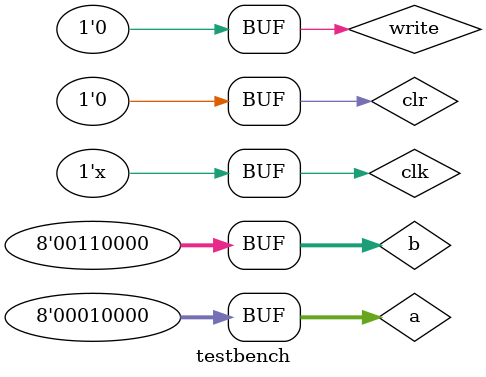
<source format=v>
/* Assignment : 2
   Problem No : 3 (testbench)
   Semester : Autumn 2020
   Group No : G10
   Members : Ayudh Saxena & Anmol Harsh */

`timescale 1ns / 1ps
//////////////////////////////////////////////////////////////////////////////////
// Company: 
// Engineer: 
// 
// Create Date: 14.09.2020 15:57:49
// Design Name: 
// Module Name: testbench
// Project Name: 
// Target Devices: 
// Tool Versions: 
// Description: 
// 
// Dependencies: 
// 
// Revision:
// Revision 0.01 - File Created
// Additional Comments:
// 
//////////////////////////////////////////////////////////////////////////////////


module testbench;
reg clk,write,clr;
reg [7:0] a,b;
wire [7:0] sum;
wire cout;
bit_serial_adder m1(.clk(clk),.a(a),.write(write),.clr(clr),.sum(sum),.b(b),.cout(cout));

initial
begin
    clk = 0;
    $monitor("time = %0d,write = %b,clr = %b,stop = %b,a = %b, b = %b,srega = %b, sregb = %b,sum = %b,cout = %b,count = %0d,sumbit = %b",$time,write,clr,m1.stop,a,b,m1.m1.wo,m1.m2.wo,sum,cout,m1.count,m1.sumbit);
    a = 123; b = 145; clr = 1;
    #30 write = 1; clr = 0;
    #20 write = 0;
    #200 clr = 1; 
    #20 a = 16; b = 48; clr = 0;
    #20 write = 1; // shift registers aren't loaded with a and b unless write = 1
    #60 write = 0; // shifting doesn't begin unless write = 0
    
end

always 
    #10 clk = !clk;

endmodule

</source>
